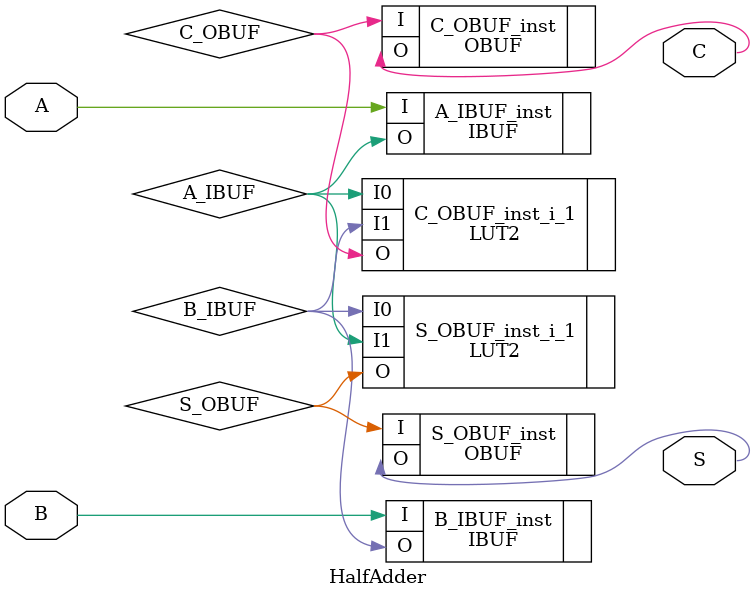
<source format=v>

(* STRUCTURAL_NETLIST = "yes" *)
module HalfAdder
   (A,
    B,
    S,
    C);
  input A;
  input B;
  output S;
  output C;

  wire A;
  wire A_IBUF;
  wire B;
  wire B_IBUF;
  wire C;
  wire C_OBUF;
  wire S;
  wire S_OBUF;

  IBUF A_IBUF_inst
       (.I(A),
        .O(A_IBUF));
  IBUF B_IBUF_inst
       (.I(B),
        .O(B_IBUF));
  OBUF C_OBUF_inst
       (.I(C_OBUF),
        .O(C));
  (* SOFT_HLUTNM = "soft_lutpair0" *) 
  LUT2 #(
    .INIT(4'h8)) 
    C_OBUF_inst_i_1
       (.I0(A_IBUF),
        .I1(B_IBUF),
        .O(C_OBUF));
  OBUF S_OBUF_inst
       (.I(S_OBUF),
        .O(S));
  (* SOFT_HLUTNM = "soft_lutpair0" *) 
  LUT2 #(
    .INIT(4'h6)) 
    S_OBUF_inst_i_1
       (.I0(B_IBUF),
        .I1(A_IBUF),
        .O(S_OBUF));
endmodule

</source>
